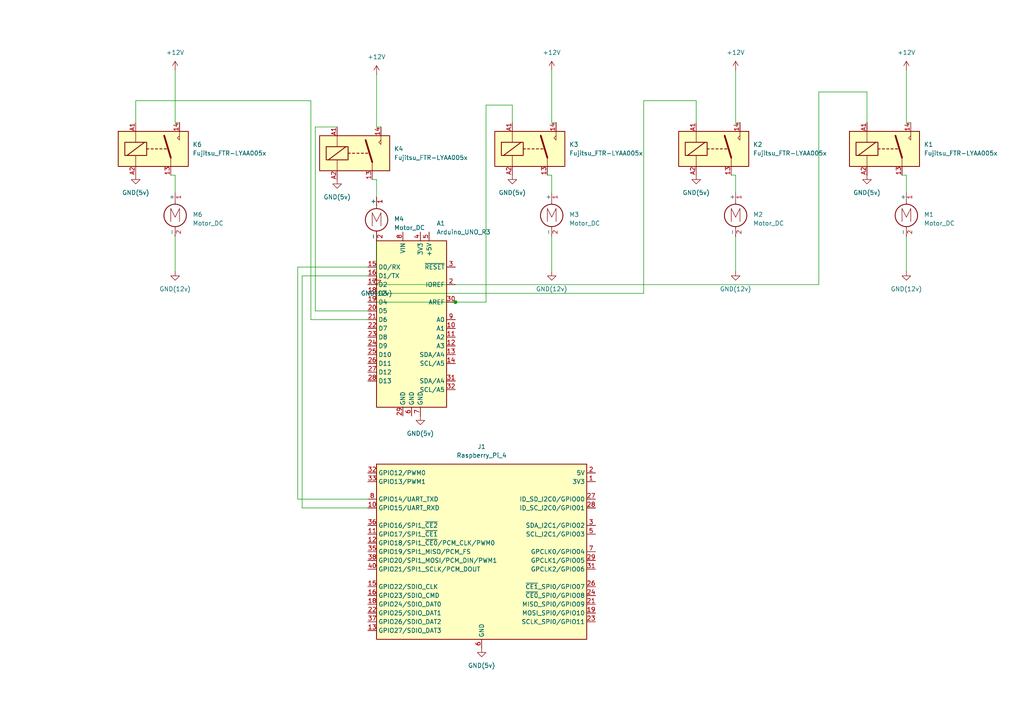
<source format=kicad_sch>
(kicad_sch (version 20250114) (generator "eeschema") (generator_version "9.0")
  (paper "A4")
  (title_block (title "MVP ") (date "2025-09-17") (rev "1") (company "AAU"))
  (lib_symbols
    (symbol "Connector:Raspberry_Pi_4"
      (property "Reference" "J" (at -17.526 48.768 0))
      (property "Value" "Raspberry_Pi_4" (at 15.748 -26.416 0))
      (symbol "Raspberry_Pi_4_0_1"
        (rectangle (start -30.48 25.4) (end 30.48 -25.4) (stroke (width 0.254)) (fill (type background)))
      )
      (symbol "Raspberry_Pi_4_1_1"
        (pin bidirectional line (at -33.02 22.86 0) (length 2.54) (name "GPIO12/PWM0") (number "32"))
        (pin bidirectional line (at -33.02 20.32 0) (length 2.54) (name "GPIO13/PWM1") (number "33"))
        (pin bidirectional line (at -33.02 15.24 0) (length 2.54) (name "GPIO14/UART_TXD") (number "8"))
        (pin bidirectional line (at -33.02 12.7 0) (length 2.54) (name "GPIO15/UART_RXD") (number "10"))
        (pin bidirectional line (at -33.02 7.62 0) (length 2.54) (name "GPIO16/SPI1_~{CE2}") (number "36"))
        (pin bidirectional line (at -33.02 5.08 0) (length 2.54) (name "GPIO17/SPI1_~{CE1}") (number "11"))
        (pin bidirectional line (at -33.02 2.54 0) (length 2.54) (name "GPIO18/SPI1_~{CE0}/PCM_CLK/PWM0") (number "12"))
        (pin bidirectional line (at -33.02 0 0) (length 2.54) (name "GPIO19/SPI1_MISO/PCM_FS") (number "35"))
        (pin bidirectional line (at -33.02 -2.54 0) (length 2.54) (name "GPIO20/SPI1_MOSI/PCM_DIN/PWM1") (number "38"))
        (pin bidirectional line (at -33.02 -5.08 0) (length 2.54) (name "GPIO21/SPI1_SCLK/PCM_DOUT") (number "40"))
        (pin bidirectional line (at -33.02 -10.16 0) (length 2.54) (name "GPIO22/SDIO_CLK") (number "15"))
        (pin bidirectional line (at -33.02 -12.7 0) (length 2.54) (name "GPIO23/SDIO_CMD") (number "16"))
        (pin bidirectional line (at -33.02 -15.24 0) (length 2.54) (name "GPIO24/SDIO_DAT0") (number "18"))
        (pin bidirectional line (at -33.02 -17.78 0) (length 2.54) (name "GPIO25/SDIO_DAT1") (number "22"))
        (pin bidirectional line (at -33.02 -20.32 0) (length 2.54) (name "GPIO26/SDIO_DAT2") (number "37"))
        (pin bidirectional line (at -33.02 -22.86 0) (length 2.54) (name "GPIO27/SDIO_DAT3") (number "13"))
        (pin passive line (at 0 -27.94 90) (length 2.54) (hide yes) (name "GND") (number "14"))
        (pin passive line (at 0 -27.94 90) (length 2.54) (hide yes) (name "GND") (number "20"))
        (pin passive line (at 0 -27.94 90) (length 2.54) (hide yes) (name "GND") (number "25"))
        (pin passive line (at 0 -27.94 90) (length 2.54) (hide yes) (name "GND") (number "30"))
        (pin passive line (at 0 -27.94 90) (length 2.54) (hide yes) (name "GND") (number "34"))
        (pin passive line (at 0 -27.94 90) (length 2.54) (hide yes) (name "GND") (number "39"))
        (pin power_out line (at 0 -27.94 90) (length 2.54) (name "GND") (number "6"))
        (pin passive line (at 0 -27.94 90) (length 2.54) (hide yes) (name "GND") (number "9"))
        (pin power_out line (at 33.02 22.86 180) (length 2.54) (name "5V") (number "2"))
        (pin passive line (at 33.02 22.86 180) (length 2.54) (hide yes) (name "5V") (number "4"))
        (pin power_out line (at 33.02 20.32 180) (length 2.54) (name "3V3") (number "1"))
        (pin passive line (at 33.02 20.32 180) (length 2.54) (hide yes) (name "3V3") (number "17"))
        (pin bidirectional line (at 33.02 15.24 180) (length 2.54) (name "ID_SD_I2C0/GPIO00") (number "27"))
        (pin bidirectional line (at 33.02 12.7 180) (length 2.54) (name "ID_SC_I2C0/GPIO01") (number "28"))
        (pin bidirectional line (at 33.02 7.62 180) (length 2.54) (name "SDA_I2C1/GPIO02") (number "3"))
        (pin bidirectional line (at 33.02 5.08 180) (length 2.54) (name "SCL_I2C1/GPIO03") (number "5"))
        (pin bidirectional line (at 33.02 0 180) (length 2.54) (name "GPCLK0/GPIO04") (number "7"))
        (pin bidirectional line (at 33.02 -2.54 180) (length 2.54) (name "GPCLK1/GPIO05") (number "29"))
        (pin bidirectional line (at 33.02 -5.08 180) (length 2.54) (name "GPCLK2/GPIO06") (number "31"))
        (pin bidirectional line (at 33.02 -10.16 180) (length 2.54) (name "~{CE1}_SPI0/GPIO07") (number "26"))
        (pin bidirectional line (at 33.02 -12.7 180) (length 2.54) (name "~{CE0}_SPI0/GPIO08") (number "24"))
        (pin bidirectional line (at 33.02 -15.24 180) (length 2.54) (name "MISO_SPI0/GPIO09") (number "21"))
        (pin bidirectional line (at 33.02 -17.78 180) (length 2.54) (name "MOSI_SPI0/GPIO10") (number "19"))
        (pin bidirectional line (at 33.02 -20.32 180) (length 2.54) (name "SCLK_SPI0/GPIO11") (number "23"))
      )
    )
    (symbol "MCU_Module:Arduino_UNO_R3"
      (property "Reference" "A" (at -10.16 23.495 0))
      (property "Value" "Arduino_UNO_R3" (at 5.08 -26.67 0))
      (symbol "Arduino_UNO_R3_0_1"
        (rectangle (start -10.16 22.86) (end 10.16 -25.4) (stroke (width 0.254)) (fill (type background)))
      )
      (symbol "Arduino_UNO_R3_1_1"
        (pin bidirectional line (at -12.7 15.24 0) (length 2.54) (name "D0/RX") (number "15"))
        (pin bidirectional line (at -12.7 12.7 0) (length 2.54) (name "D1/TX") (number "16"))
        (pin bidirectional line (at -12.7 10.16 0) (length 2.54) (name "D2") (number "17"))
        (pin bidirectional line (at -12.7 7.62 0) (length 2.54) (name "D3") (number "18"))
        (pin bidirectional line (at -12.7 5.08 0) (length 2.54) (name "D4") (number "19"))
        (pin bidirectional line (at -12.7 2.54 0) (length 2.54) (name "D5") (number "20"))
        (pin bidirectional line (at -12.7 0 0) (length 2.54) (name "D6") (number "21"))
        (pin bidirectional line (at -12.7 -2.54 0) (length 2.54) (name "D7") (number "22"))
        (pin bidirectional line (at -12.7 -5.08 0) (length 2.54) (name "D8") (number "23"))
        (pin bidirectional line (at -12.7 -7.62 0) (length 2.54) (name "D9") (number "24"))
        (pin bidirectional line (at -12.7 -10.16 0) (length 2.54) (name "D10") (number "25"))
        (pin bidirectional line (at -12.7 -12.7 0) (length 2.54) (name "D11") (number "26"))
        (pin bidirectional line (at -12.7 -15.24 0) (length 2.54) (name "D12") (number "27"))
        (pin bidirectional line (at -12.7 -17.78 0) (length 2.54) (name "D13") (number "28"))
        (pin no_connect line (at -10.16 -20.32 0) (length 2.54) (hide yes) (name "NC") (number "1"))
        (pin power_in line (at -2.54 25.4 270) (length 2.54) (name "VIN") (number "8"))
        (pin power_in line (at -2.54 -27.94 90) (length 2.54) (name "GND") (number "29"))
        (pin power_in line (at 0 -27.94 90) (length 2.54) (name "GND") (number "6"))
        (pin power_out line (at 2.54 25.4 270) (length 2.54) (name "3V3") (number "4"))
        (pin power_in line (at 2.54 -27.94 90) (length 2.54) (name "GND") (number "7"))
        (pin power_out line (at 5.08 25.4 270) (length 2.54) (name "+5V") (number "5"))
        (pin input line (at 12.7 15.24 180) (length 2.54) (name "~{RESET}") (number "3"))
        (pin output line (at 12.7 10.16 180) (length 2.54) (name "IOREF") (number "2"))
        (pin input line (at 12.7 5.08 180) (length 2.54) (name "AREF") (number "30"))
        (pin bidirectional line (at 12.7 0 180) (length 2.54) (name "A0") (number "9"))
        (pin bidirectional line (at 12.7 -2.54 180) (length 2.54) (name "A1") (number "10"))
        (pin bidirectional line (at 12.7 -5.08 180) (length 2.54) (name "A2") (number "11"))
        (pin bidirectional line (at 12.7 -7.62 180) (length 2.54) (name "A3") (number "12"))
        (pin bidirectional line (at 12.7 -10.16 180) (length 2.54) (name "SDA/A4") (number "13"))
        (pin bidirectional line (at 12.7 -12.7 180) (length 2.54) (name "SCL/A5") (number "14"))
        (pin bidirectional line (at 12.7 -17.78 180) (length 2.54) (name "SDA/A4") (number "31"))
        (pin bidirectional line (at 12.7 -20.32 180) (length 2.54) (name "SCL/A5") (number "32"))
      )
    )
    (symbol "Motor:Motor_DC" (pin_names (offset 0))
      (property "Reference" "M" (at 2.54 2.54 0))
      (property "Value" "Motor_DC" (at 2.54 -5.08 0))
      (symbol "Motor_DC_0_0"
        (polyline (pts (xy -1.27 -3.302) (xy -1.27 0.508) (xy 0 -2.032) (xy 1.27 0.508) (xy 1.27 -3.302)))
      )
      (symbol "Motor_DC_0_1"
        (polyline (pts (xy 0 2.032) (xy 0 2.54)))
        (polyline (pts (xy 0 1.7272) (xy 0 2.0828)))
        (circle (center 0 -1.524) (radius 3.2512) (stroke (width 0.254)))
        (polyline (pts (xy 0 -4.7752) (xy 0 -5.1816)))
        (polyline (pts (xy 0 -7.62) (xy 0 -7.112)))
      )
      (symbol "Motor_DC_1_1"
        (pin passive line (at 0 5.08 270) (length 2.54) (name "+") (number "1"))
        (pin passive line (at 0 -7.62 90) (length 2.54) (name "-") (number "2"))
      )
    )
    (symbol "Relay:Fujitsu_FTR-LYAA005x"
      (property "Reference" "K" (at 11.43 3.81 0))
      (property "Value" "Fujitsu_FTR-LYAA005x" (at 11.43 1.27 0))
      (symbol "Fujitsu_FTR-LYAA005x_0_0"
        (polyline (pts (xy 7.62 5.08) (xy 7.62 2.54) (xy 6.985 3.175) (xy 7.62 3.81)))
      )
      (symbol "Fujitsu_FTR-LYAA005x_0_1"
        (rectangle (start -10.16 5.08) (end 10.16 -5.08) (stroke (width 0.254)) (fill (type background)))
        (rectangle (start -8.255 1.905) (end -1.905 -1.905) (stroke (width 0.254)))
        (polyline (pts (xy -7.62 -1.905) (xy -2.54 1.905)) (stroke (width 0.254)))
        (polyline (pts (xy -5.08 5.08) (xy -5.08 1.905)))
        (polyline (pts (xy -5.08 -5.08) (xy -5.08 -1.905)))
        (polyline (pts (xy -1.905 0) (xy -1.27 0)) (stroke (width 0.254)))
        (polyline (pts (xy -0.635 0) (xy 0 0)) (stroke (width 0.254)))
        (polyline (pts (xy 0.635 0) (xy 1.27 0)) (stroke (width 0.254)))
        (polyline (pts (xy 1.905 0) (xy 2.54 0)) (stroke (width 0.254)))
        (polyline (pts (xy 3.175 0) (xy 3.81 0)) (stroke (width 0.254)))
        (polyline (pts (xy 5.08 -2.54) (xy 3.175 3.81)) (stroke (width 0.508)))
        (polyline (pts (xy 5.08 -2.54) (xy 5.08 -5.08)))
      )
      (symbol "Fujitsu_FTR-LYAA005x_1_1"
        (pin passive line (at -5.08 7.62 270) (length 2.54) (name "~") (number "A1"))
        (pin passive line (at -5.08 -7.62 90) (length 2.54) (name "~") (number "A2"))
        (pin passive line (at 5.08 -7.62 90) (length 2.54) (name "~") (number "13"))
        (pin passive line (at 7.62 7.62 270) (length 2.54) (name "~") (number "14"))
      )
    )
    (symbol "power:+12V" (power) (pin_numbers (hide yes)) (pin_names (offset 0) (hide yes))
      (property "Value" "+12V" (at 0 3.556 0))
      (symbol "+12V_0_1"
        (polyline (pts (xy -0.762 1.27) (xy 0 2.54)))
        (polyline (pts (xy 0 2.54) (xy 0.762 1.27)))
        (polyline (pts (xy 0 0) (xy 0 2.54)))
      )
      (symbol "+12V_1_1"
        (pin power_in line (at 0 0 90) (length 0) (name "~") (number "1"))
      )
    )
    (symbol "power:GND" (power) (pin_numbers (hide yes)) (pin_names (offset 0) (hide yes))
      (property "Value" "GND" (at 0 -3.81 0))
      (symbol "GND_0_1"
        (polyline (pts (xy 0 0) (xy 0 -1.27) (xy 1.27 -1.27) (xy 0 -2.54) (xy -1.27 -1.27) (xy 0 -1.27)))
      )
      (symbol "GND_1_1"
        (pin power_in line (at 0 0 270) (length 0) (name "~") (number "1"))
      )
    )
  )
  (junction (at 132.08 87.63))
  (wire (pts (xy 148.59 35.56) (xy 148.59 30.48)))
  (wire (pts (xy 106.68 87.63) (xy 132.08 87.63)))
  (wire (pts (xy 261.62 50.8) (xy 262.89 50.8)))
  (wire (pts (xy 91.44 90.17) (xy 91.44 36.83)))
  (wire (pts (xy 262.89 20.32) (xy 262.89 35.56)))
  (wire (pts (xy 107.95 52.07) (xy 109.22 52.07)))
  (wire (pts (xy 140.97 30.48) (xy 140.97 87.63)))
  (wire (pts (xy 39.37 35.56) (xy 39.37 29.21)))
  (wire (pts (xy 213.36 68.58) (xy 213.36 78.74)))
  (wire (pts (xy 50.8 68.58) (xy 50.8 78.74)))
  (wire (pts (xy 160.02 68.58) (xy 160.02 78.74)))
  (wire (pts (xy 87.63 147.32) (xy 106.68 147.32)))
  (wire (pts (xy 237.49 26.67) (xy 237.49 82.55)))
  (wire (pts (xy 160.02 20.32) (xy 160.02 35.56)))
  (wire (pts (xy 160.02 50.8) (xy 160.02 55.88)))
  (wire (pts (xy 262.89 50.8) (xy 262.89 55.88)))
  (wire (pts (xy 186.69 29.21) (xy 186.69 85.09)))
  (wire (pts (xy 262.89 68.58) (xy 262.89 78.74)))
  (wire (pts (xy 251.46 26.67) (xy 237.49 26.67)))
  (wire (pts (xy 87.63 80.01) (xy 106.68 80.01)))
  (wire (pts (xy 109.22 36.83) (xy 110.49 36.83)))
  (wire (pts (xy 87.63 147.32) (xy 87.63 80.01)))
  (wire (pts (xy 186.69 85.09) (xy 106.68 85.09)))
  (wire (pts (xy 262.89 35.56) (xy 264.16 35.56)))
  (wire (pts (xy 148.59 30.48) (xy 140.97 30.48)))
  (wire (pts (xy 106.68 82.55) (xy 237.49 82.55)))
  (wire (pts (xy 106.68 90.17) (xy 91.44 90.17)))
  (wire (pts (xy 251.46 35.56) (xy 251.46 26.67)))
  (wire (pts (xy 86.36 144.78) (xy 106.68 144.78)))
  (wire (pts (xy 160.02 35.56) (xy 161.29 35.56)))
  (wire (pts (xy 86.36 144.78) (xy 86.36 77.47)))
  (wire (pts (xy 213.36 20.32) (xy 213.36 35.56)))
  (wire (pts (xy 109.22 69.85) (xy 109.22 80.01)))
  (wire (pts (xy 50.8 20.32) (xy 50.8 35.56)))
  (wire (pts (xy 90.17 92.71) (xy 106.68 92.71)))
  (wire (pts (xy 90.17 29.21) (xy 90.17 92.71)))
  (wire (pts (xy 109.22 52.07) (xy 109.22 57.15)))
  (wire (pts (xy 201.93 35.56) (xy 201.93 29.21)))
  (wire (pts (xy 91.44 36.83) (xy 97.79 36.83)))
  (wire (pts (xy 213.36 50.8) (xy 213.36 55.88)))
  (wire (pts (xy 50.8 50.8) (xy 50.8 55.88)))
  (wire (pts (xy 50.8 35.56) (xy 52.07 35.56)))
  (wire (pts (xy 158.75 50.8) (xy 160.02 50.8)))
  (wire (pts (xy 212.09 50.8) (xy 213.36 50.8)))
  (wire (pts (xy 49.53 50.8) (xy 50.8 50.8)))
  (wire (pts (xy 132.08 87.63) (xy 140.97 87.63)))
  (wire (pts (xy 39.37 29.21) (xy 90.17 29.21)))
  (wire (pts (xy 213.36 35.56) (xy 214.63 35.56)))
  (wire (pts (xy 201.93 29.21) (xy 186.69 29.21)))
  (wire (pts (xy 109.22 21.59) (xy 109.22 36.83)))
  (wire (pts (xy 86.36 77.47) (xy 106.68 77.47)))
  (symbol (lib_id "Connector:Raspberry_Pi_4") (at 139.7 160.02 0) (unit 1)
    (property "Reference" "J1" (at 139.7 129.54 0))
    (property "Value" "Raspberry_Pi_4" (at 139.7 132.08 0))
    (property "Datasheet" "https://datasheets.raspberrypi.com/rpi4/raspberry-pi-4-datasheet.pdf" (effects (hide yes)))
    (property "Description" "Raspberry Pi 4 Model B" (effects (hide yes)))
  )
  (symbol (lib_id "Motor:Motor_DC") (at 50.8 60.96 0) (unit 1)
    (property "Reference" "M6" (at 55.88 62.2299 0) (effects (justify left)))
    (property "Value" "Motor_DC" (at 55.88 64.7699 0) (effects (justify left)))
    (property "Description" "DC Motor" (effects (hide yes)))
  )
  (symbol (lib_id "Relay:Fujitsu_FTR-LYAA005x") (at 44.45 43.18 0) (unit 1)
    (property "Reference" "K6" (at 55.88 41.9099 0) (effects (justify left)))
    (property "Value" "Fujitsu_FTR-LYAA005x" (at 55.88 44.4499 0) (effects (justify left)))
    (property "Footprint" "Relay_THT:Relay_SPST-NO_Fujitsu_FTR-LYAA005x_FormA_Vertical" (effects (hide yes)))
    (property "Datasheet" "https://www.fujitsu.com/sg/imagesgig5/ftr-ly.pdf" (effects (hide yes)))
    (property "Description" "Relay, SPST Form A, vertical mount, 5-60V coil, 6A, 250VAC, 28 x 5 x 15mm" (effects (hide yes)))
  )
  (symbol (lib_id "power:GND") (at 109.22 80.01 0) (unit 1)
    (property "Reference" "#PWR017" (effects (hide yes)))
    (property "Value" "GND(12v)" (at 109.22 85.09 0))
    (property "Description" "Power symbol creates a global label with name \"GND\" , ground" (effects (hide yes)))
  )
  (symbol (lib_id "power:GND") (at 262.89 78.74 0) (unit 1)
    (property "Reference" "#PWR08" (effects (hide yes)))
    (property "Value" "GND(12v)" (at 262.89 83.82 0))
    (property "Description" "Power symbol creates a global label with name \"GND\" , ground" (effects (hide yes)))
  )
  (symbol (lib_id "power:GND") (at 39.37 50.8 0) (unit 1)
    (property "Reference" "#PWR018" (effects (hide yes)))
    (property "Value" "GND(5v)" (at 39.37 55.88 0))
    (property "Description" "Power symbol creates a global label with name \"GND\" , ground" (effects (hide yes)))
  )
  (symbol (lib_id "Relay:Fujitsu_FTR-LYAA005x") (at 153.67 43.18 0) (unit 1)
    (property "Reference" "K3" (at 165.1 41.9099 0) (effects (justify left)))
    (property "Value" "Fujitsu_FTR-LYAA005x" (at 165.1 44.4499 0) (effects (justify left)))
    (property "Footprint" "Relay_THT:Relay_SPST-NO_Fujitsu_FTR-LYAA005x_FormA_Vertical" (effects (hide yes)))
    (property "Datasheet" "https://www.fujitsu.com/sg/imagesgig5/ftr-ly.pdf" (effects (hide yes)))
    (property "Description" "Relay, SPST Form A, vertical mount, 5-60V coil, 6A, 250VAC, 28 x 5 x 15mm" (effects (hide yes)))
  )
  (symbol (lib_id "power:GND") (at 251.46 50.8 0) (unit 1)
    (property "Reference" "#PWR06" (effects (hide yes)))
    (property "Value" "GND(5v)" (at 251.46 55.88 0))
    (property "Description" "Power symbol creates a global label with name \"GND\" , ground" (effects (hide yes)))
  )
  (symbol (lib_id "power:GND") (at 97.79 52.07 0) (unit 1)
    (property "Reference" "#PWR015" (effects (hide yes)))
    (property "Value" "GND(5v)" (at 97.79 57.15 0))
    (property "Description" "Power symbol creates a global label with name \"GND\" , ground" (effects (hide yes)))
  )
  (symbol (lib_id "Motor:Motor_DC") (at 213.36 60.96 0) (unit 1)
    (property "Reference" "M2" (at 218.44 62.2299 0) (effects (justify left)))
    (property "Value" "Motor_DC" (at 218.44 64.7699 0) (effects (justify left)))
    (property "Description" "DC Motor" (effects (hide yes)))
  )
  (symbol (lib_id "MCU_Module:Arduino_UNO_R3") (at 119.38 92.71 0) (unit 1)
    (property "Reference" "A1" (at 126.6033 64.77 0) (effects (justify left)))
    (property "Value" "Arduino_UNO_R3" (at 126.6033 67.31 0) (effects (justify left)))
    (property "Footprint" "Module:Arduino_UNO_R3" (effects (hide yes)))
    (property "Datasheet" "https://www.arduino.cc/en/Main/arduinoBoardUno" (effects (hide yes)))
    (property "Description" "Arduino UNO Microcontroller Module, release 3" (effects (hide yes)))
  )
  (symbol (lib_id "Relay:Fujitsu_FTR-LYAA005x") (at 102.87 44.45 0) (unit 1)
    (property "Reference" "K4" (at 114.3 43.1799 0) (effects (justify left)))
    (property "Value" "Fujitsu_FTR-LYAA005x" (at 114.3 45.7199 0) (effects (justify left)))
    (property "Footprint" "Relay_THT:Relay_SPST-NO_Fujitsu_FTR-LYAA005x_FormA_Vertical" (effects (hide yes)))
    (property "Datasheet" "https://www.fujitsu.com/sg/imagesgig5/ftr-ly.pdf" (effects (hide yes)))
    (property "Description" "Relay, SPST Form A, vertical mount, 5-60V coil, 6A, 250VAC, 28 x 5 x 15mm" (effects (hide yes)))
  )
  (symbol (lib_id "Relay:Fujitsu_FTR-LYAA005x") (at 207.01 43.18 0) (unit 1)
    (property "Reference" "K2" (at 218.44 41.9099 0) (effects (justify left)))
    (property "Value" "Fujitsu_FTR-LYAA005x" (at 218.44 44.4499 0) (effects (justify left)))
    (property "Footprint" "Relay_THT:Relay_SPST-NO_Fujitsu_FTR-LYAA005x_FormA_Vertical" (effects (hide yes)))
    (property "Datasheet" "https://www.fujitsu.com/sg/imagesgig5/ftr-ly.pdf" (effects (hide yes)))
    (property "Description" "Relay, SPST Form A, vertical mount, 5-60V coil, 6A, 250VAC, 28 x 5 x 15mm" (effects (hide yes)))
  )
  (symbol (lib_id "power:GND") (at 213.36 78.74 0) (unit 1)
    (property "Reference" "#PWR011" (effects (hide yes)))
    (property "Value" "GND(12v)" (at 213.36 83.82 0))
    (property "Description" "Power symbol creates a global label with name \"GND\" , ground" (effects (hide yes)))
  )
  (symbol (lib_id "power:+12V") (at 213.36 20.32 0) (unit 1)
    (property "Reference" "#PWR010" (effects (hide yes)))
    (property "Value" "+12V" (at 213.36 15.24 0))
    (property "Description" "Power symbol creates a global label with name \"+12V\"" (effects (hide yes)))
  )
  (symbol (lib_id "power:GND") (at 160.02 78.74 0) (unit 1)
    (property "Reference" "#PWR014" (effects (hide yes)))
    (property "Value" "GND(12v)" (at 160.02 83.82 0))
    (property "Description" "Power symbol creates a global label with name \"GND\" , ground" (effects (hide yes)))
  )
  (symbol (lib_id "power:GND") (at 148.59 50.8 0) (unit 1)
    (property "Reference" "#PWR012" (effects (hide yes)))
    (property "Value" "GND(5v)" (at 148.59 55.88 0))
    (property "Description" "Power symbol creates a global label with name \"GND\" , ground" (effects (hide yes)))
  )
  (symbol (lib_id "power:GND") (at 139.7 187.96 0) (unit 1)
    (property "Reference" "#PWR05" (effects (hide yes)))
    (property "Value" "GND(5v)" (at 139.7 193.04 0))
    (property "Description" "Power symbol creates a global label with name \"GND\" , ground" (effects (hide yes)))
  )
  (symbol (lib_id "power:GND") (at 50.8 78.74 0) (unit 1)
    (property "Reference" "#PWR020" (effects (hide yes)))
    (property "Value" "GND(12v)" (at 50.8 83.82 0))
    (property "Description" "Power symbol creates a global label with name \"GND\" , ground" (effects (hide yes)))
  )
  (symbol (lib_id "power:GND") (at 201.93 50.8 0) (unit 1)
    (property "Reference" "#PWR09" (effects (hide yes)))
    (property "Value" "GND(5v)" (at 201.93 55.88 0))
    (property "Description" "Power symbol creates a global label with name \"GND\" , ground" (effects (hide yes)))
  )
  (symbol (lib_id "power:+12V") (at 109.22 21.59 0) (unit 1)
    (property "Reference" "#PWR016" (effects (hide yes)))
    (property "Value" "+12V" (at 109.22 16.51 0))
    (property "Description" "Power symbol creates a global label with name \"+12V\"" (effects (hide yes)))
  )
  (symbol (lib_id "power:+12V") (at 262.89 20.32 0) (unit 1)
    (property "Reference" "#PWR07" (effects (hide yes)))
    (property "Value" "+12V" (at 262.89 15.24 0))
    (property "Description" "Power symbol creates a global label with name \"+12V\"" (effects (hide yes)))
  )
  (symbol (lib_id "power:+12V") (at 160.02 20.32 0) (unit 1)
    (property "Reference" "#PWR013" (effects (hide yes)))
    (property "Value" "+12V" (at 160.02 15.24 0))
    (property "Description" "Power symbol creates a global label with name \"+12V\"" (effects (hide yes)))
  )
  (symbol (lib_id "Motor:Motor_DC") (at 262.89 60.96 0) (unit 1)
    (property "Reference" "M1" (at 267.97 62.2299 0) (effects (justify left)))
    (property "Value" "Motor_DC" (at 267.97 64.7699 0) (effects (justify left)))
    (property "Description" "DC Motor" (effects (hide yes)))
  )
  (symbol (lib_id "power:GND") (at 121.92 120.65 0) (unit 1)
    (property "Reference" "#PWR04" (effects (hide yes)))
    (property "Value" "GND(5v)" (at 121.92 125.73 0))
    (property "Description" "Power symbol creates a global label with name \"GND\" , ground" (effects (hide yes)))
  )
  (symbol (lib_id "Motor:Motor_DC") (at 109.22 62.23 0) (unit 1)
    (property "Reference" "M4" (at 114.3 63.4999 0) (effects (justify left)))
    (property "Value" "Motor_DC" (at 114.3 66.0399 0) (effects (justify left)))
    (property "Description" "DC Motor" (effects (hide yes)))
  )
  (symbol (lib_id "Relay:Fujitsu_FTR-LYAA005x") (at 256.54 43.18 0) (unit 1)
    (property "Reference" "K1" (at 267.97 41.9099 0) (effects (justify left)))
    (property "Value" "Fujitsu_FTR-LYAA005x" (at 267.97 44.4499 0) (effects (justify left)))
    (property "Footprint" "Relay_THT:Relay_SPST-NO_Fujitsu_FTR-LYAA005x_FormA_Vertical" (effects (hide yes)))
    (property "Datasheet" "https://www.fujitsu.com/sg/imagesgig5/ftr-ly.pdf" (effects (hide yes)))
    (property "Description" "Relay, SPST Form A, vertical mount, 5-60V coil, 6A, 250VAC, 28 x 5 x 15mm" (effects (hide yes)))
  )
  (symbol (lib_id "power:+12V") (at 50.8 20.32 0) (unit 1)
    (property "Reference" "#PWR019" (effects (hide yes)))
    (property "Value" "+12V" (at 50.8 15.24 0))
    (property "Description" "Power symbol creates a global label with name \"+12V\"" (effects (hide yes)))
  )
  (symbol (lib_id "Motor:Motor_DC") (at 160.02 60.96 0) (unit 1)
    (property "Reference" "M3" (at 165.1 62.2299 0) (effects (justify left)))
    (property "Value" "Motor_DC" (at 165.1 64.7699 0) (effects (justify left)))
    (property "Description" "DC Motor" (effects (hide yes)))
  )
)
</source>
